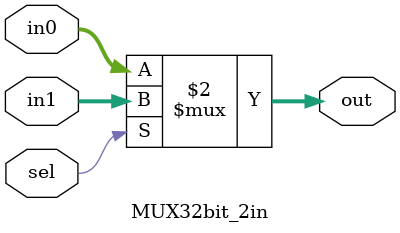
<source format=v>
module MUX32bit_2in
(
    input sel,
    input [31:0] in0,
    input [31:0] in1,
    output reg [31:0] out
);

always @(*) begin
    out<=sel? in1:in0;
end

endmodule
</source>
